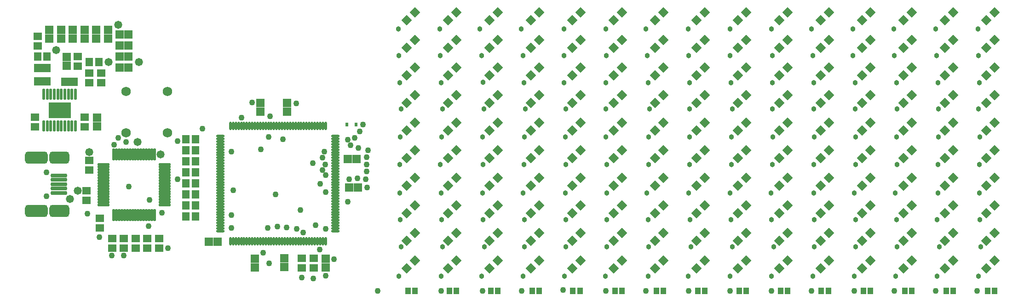
<source format=gbr>
%TF.GenerationSoftware,Altium Limited,Altium Designer,20.1.14 (287)*%
G04 Layer_Color=8388736*
%FSLAX26Y26*%
%MOIN*%
%TF.SameCoordinates,7E9A0AC4-0E20-4BBF-80A7-7FB1365180D4*%
%TF.FilePolarity,Negative*%
%TF.FileFunction,Soldermask,Top*%
%TF.Part,Single*%
G01*
G75*
%TA.AperFunction,SMDPad,CuDef*%
%ADD24R,0.023622X0.031496*%
%ADD46R,0.053276X0.061150*%
%ADD47R,0.061150X0.053276*%
%ADD48R,0.059181X0.063118*%
%ADD49R,0.063118X0.059181*%
%TA.AperFunction,ComponentPad*%
%ADD50C,0.043433*%
%ADD51C,0.068000*%
%TA.AperFunction,ViaPad*%
%ADD52C,0.043000*%
%ADD53C,0.027685*%
%ADD54C,0.038000*%
%ADD55C,0.058000*%
%TA.AperFunction,SMDPad,CuDef*%
%ADD59O,0.017843X0.063118*%
%ADD60O,0.063118X0.017843*%
%ADD61O,0.019811X0.090677*%
%ADD62O,0.090677X0.019811*%
%ADD63R,0.159969X0.115874*%
%ADD64O,0.021779X0.080835*%
%ADD65R,0.041465X0.045402*%
%TA.AperFunction,ConnectorPad*%
G04:AMPARAMS|DCode=66|XSize=145.795mil|YSize=88.709mil|CornerRadius=24.177mil|HoleSize=0mil|Usage=FLASHONLY|Rotation=180.000|XOffset=0mil|YOffset=0mil|HoleType=Round|Shape=RoundedRectangle|*
%AMROUNDEDRECTD66*
21,1,0.145795,0.040354,0,0,180.0*
21,1,0.097441,0.088709,0,0,180.0*
1,1,0.048354,-0.048721,0.020177*
1,1,0.048354,0.048721,0.020177*
1,1,0.048354,0.048721,-0.020177*
1,1,0.048354,-0.048721,-0.020177*
%
%ADD66ROUNDEDRECTD66*%
G04:AMPARAMS|DCode=67|XSize=165.48mil|YSize=88.709mil|CornerRadius=24.177mil|HoleSize=0mil|Usage=FLASHONLY|Rotation=180.000|XOffset=0mil|YOffset=0mil|HoleType=Round|Shape=RoundedRectangle|*
%AMROUNDEDRECTD67*
21,1,0.165480,0.040354,0,0,180.0*
21,1,0.117126,0.088709,0,0,180.0*
1,1,0.048354,-0.058563,0.020177*
1,1,0.048354,0.058563,0.020177*
1,1,0.048354,0.058563,-0.020177*
1,1,0.048354,-0.058563,-0.020177*
%
%ADD67ROUNDEDRECTD67*%
G04:AMPARAMS|DCode=68|XSize=145.795mil|YSize=88.709mil|CornerRadius=24.177mil|HoleSize=0mil|Usage=FLASHONLY|Rotation=180.000|XOffset=0mil|YOffset=0mil|HoleType=Round|Shape=RoundedRectangle|*
%AMROUNDEDRECTD68*
21,1,0.145795,0.040355,0,0,180.0*
21,1,0.097441,0.088709,0,0,180.0*
1,1,0.048354,-0.048721,0.020177*
1,1,0.048354,0.048721,0.020177*
1,1,0.048354,0.048721,-0.020177*
1,1,0.048354,-0.048721,-0.020177*
%
%ADD68ROUNDEDRECTD68*%
G04:AMPARAMS|DCode=69|XSize=118.236mil|YSize=27.685mil|CornerRadius=8.921mil|HoleSize=0mil|Usage=FLASHONLY|Rotation=180.000|XOffset=0mil|YOffset=0mil|HoleType=Round|Shape=RoundedRectangle|*
%AMROUNDEDRECTD69*
21,1,0.118236,0.009843,0,0,180.0*
21,1,0.100394,0.027685,0,0,180.0*
1,1,0.017842,-0.050197,0.004921*
1,1,0.017842,0.050197,0.004921*
1,1,0.017842,0.050197,-0.004921*
1,1,0.017842,-0.050197,-0.004921*
%
%ADD69ROUNDEDRECTD69*%
%TA.AperFunction,SMDPad,CuDef*%
%ADD70P,0.078127X4X180.0*%
D24*
X4123465Y3525000D02*
D03*
X4056535D02*
D03*
D46*
X2960286Y3420000D02*
D03*
X2891388D02*
D03*
X2960286Y3340000D02*
D03*
X2891388D02*
D03*
X2960286Y3260000D02*
D03*
X2891388D02*
D03*
X2960286Y3180000D02*
D03*
X2891388D02*
D03*
X2960286Y3100000D02*
D03*
X2891388D02*
D03*
X2960286Y3020000D02*
D03*
X2891388D02*
D03*
X2960286Y2940000D02*
D03*
X2891388D02*
D03*
X2960286Y2860000D02*
D03*
X2891388D02*
D03*
X1884735Y4020000D02*
D03*
X1815837D02*
D03*
X2191388Y3980000D02*
D03*
X2260286D02*
D03*
D47*
X3815837Y2555000D02*
D03*
Y2486102D02*
D03*
X3730837Y2554449D02*
D03*
Y2485551D02*
D03*
X2190837Y3264449D02*
D03*
Y3195551D02*
D03*
X2170837Y3044449D02*
D03*
Y2975551D02*
D03*
X2695837Y2630315D02*
D03*
Y2699213D02*
D03*
X2610837Y2630315D02*
D03*
Y2699213D02*
D03*
X2525837Y2630315D02*
D03*
Y2699213D02*
D03*
X2440837Y2630866D02*
D03*
Y2699764D02*
D03*
X2355837Y2630866D02*
D03*
Y2699764D02*
D03*
X2265837Y2776102D02*
D03*
Y2845000D02*
D03*
X1815837Y4095551D02*
D03*
Y4164449D02*
D03*
X2155837Y3579449D02*
D03*
Y3510551D02*
D03*
X1795837Y3579449D02*
D03*
Y3510551D02*
D03*
X2275837Y3830551D02*
D03*
Y3899449D02*
D03*
X2105837Y4018898D02*
D03*
Y3950000D02*
D03*
X2190837Y3830551D02*
D03*
Y3899449D02*
D03*
D48*
X3121496Y2675000D02*
D03*
X3058504D02*
D03*
X4126496Y3275000D02*
D03*
X4063504D02*
D03*
X4136496Y3070000D02*
D03*
X4073504D02*
D03*
X1819341Y3840000D02*
D03*
X1882333D02*
D03*
X1882333Y3935000D02*
D03*
X1819341D02*
D03*
X2015837Y3835000D02*
D03*
X2078829D02*
D03*
X2410837Y4180000D02*
D03*
X2473829D02*
D03*
Y3940000D02*
D03*
X2410837D02*
D03*
X2473829Y4100000D02*
D03*
X2410837D02*
D03*
X2473829Y4020000D02*
D03*
X2410837D02*
D03*
D49*
X3625000Y3618504D02*
D03*
Y3681496D02*
D03*
X3430000Y3681496D02*
D03*
Y3618504D02*
D03*
X3390000Y2488504D02*
D03*
Y2551496D02*
D03*
X3605000Y2493504D02*
D03*
Y2556496D02*
D03*
X3905000Y2488504D02*
D03*
Y2551496D02*
D03*
X2245837Y3576496D02*
D03*
Y3513504D02*
D03*
X2025837Y4016496D02*
D03*
Y3953504D02*
D03*
X2325837Y4212992D02*
D03*
Y4150000D02*
D03*
X2240837Y4148504D02*
D03*
Y4211496D02*
D03*
X2155837Y4150000D02*
D03*
Y4212992D02*
D03*
X2070837Y4148504D02*
D03*
Y4211496D02*
D03*
X1985837Y4148504D02*
D03*
Y4211496D02*
D03*
X1900837Y4148504D02*
D03*
Y4211496D02*
D03*
D50*
X1880837Y3180000D02*
D03*
Y3006772D02*
D03*
D51*
X2755837Y3765000D02*
D03*
Y3465000D02*
D03*
X2455837Y3765000D02*
D03*
Y3465000D02*
D03*
D52*
X2830000Y3405000D02*
D03*
X4085000Y3375000D02*
D03*
X3880000Y3285000D02*
D03*
Y3195000D02*
D03*
X3595000Y3420000D02*
D03*
X3720000Y2905000D02*
D03*
X3895000Y3330000D02*
D03*
X3905000Y2770000D02*
D03*
X3865000Y3095000D02*
D03*
X3295000Y3575000D02*
D03*
X4150000Y3475000D02*
D03*
X3900000Y3235000D02*
D03*
X4200000Y3185000D02*
D03*
X3500000Y3585000D02*
D03*
X4135000Y3135000D02*
D03*
X3905000Y3035000D02*
D03*
X3220000Y2870000D02*
D03*
X4140020Y3355020D02*
D03*
X4075000Y3130000D02*
D03*
X3695000Y2770000D02*
D03*
X3435000Y3345000D02*
D03*
X3860000Y2620000D02*
D03*
X3742347Y2742347D02*
D03*
X3485000Y2775000D02*
D03*
X3830000Y2794500D02*
D03*
X4200000Y3235000D02*
D03*
X4065000Y3415000D02*
D03*
X3220000Y2775000D02*
D03*
Y3330000D02*
D03*
X3810000Y3245000D02*
D03*
X4195000Y3130000D02*
D03*
X3620000Y2780000D02*
D03*
X3235000Y3050000D02*
D03*
X3490000Y3435000D02*
D03*
X3905000Y3160000D02*
D03*
X4115000Y3430000D02*
D03*
X4065000Y2965000D02*
D03*
X4210000Y3340000D02*
D03*
X3555000Y2785000D02*
D03*
X6835000Y2320000D02*
D03*
X7135000D02*
D03*
X4200000Y3290000D02*
D03*
X6225000Y2320000D02*
D03*
X5935000D02*
D03*
X5040000D02*
D03*
X5325000D02*
D03*
X4280000D02*
D03*
X4204500Y3070000D02*
D03*
X8625000Y2320000D02*
D03*
X8325000D02*
D03*
X8025000D02*
D03*
X7735000D02*
D03*
X7425000D02*
D03*
X6535000D02*
D03*
X5625000Y2325000D02*
D03*
X4740000Y2320000D02*
D03*
X2830409Y3128536D02*
D03*
X2625837Y2980000D02*
D03*
X2370885Y3379036D02*
D03*
X2620837Y2790000D02*
D03*
X2400837Y3430000D02*
D03*
X2455837Y3400000D02*
D03*
X2715837Y2885000D02*
D03*
X3450000Y2596500D02*
D03*
X3690000Y3680000D02*
D03*
X3370000Y3685000D02*
D03*
X2440000Y2575000D02*
D03*
X2265000Y2710000D02*
D03*
X2760000Y2630000D02*
D03*
X3815000Y2410000D02*
D03*
X3730000Y2415000D02*
D03*
X2355000Y2575000D02*
D03*
X3905000Y2430000D02*
D03*
X3965000Y2550000D02*
D03*
X3540000Y3020000D02*
D03*
X3495000Y2520000D02*
D03*
X3010000Y3495000D02*
D03*
X4175000Y3525000D02*
D03*
X2175837Y2880000D02*
D03*
X2475837Y3075315D02*
D03*
D53*
X1932530Y3608347D02*
D03*
Y3651654D02*
D03*
X1975837Y3608347D02*
D03*
Y3651654D02*
D03*
X2019144Y3608347D02*
D03*
Y3651654D02*
D03*
D54*
X4450769Y2640769D02*
D03*
X6835769Y2427000D02*
D03*
X7135769Y2425769D02*
D03*
X4445769Y2835769D02*
D03*
X4440769Y3030769D02*
D03*
Y3235769D02*
D03*
X6530769Y2427000D02*
D03*
X6240769D02*
D03*
X4435769Y2425769D02*
D03*
X5335769D02*
D03*
X5930769D02*
D03*
X4740769D02*
D03*
X5035769D02*
D03*
X5635769D02*
D03*
X4445769Y3435769D02*
D03*
X4450769Y3640769D02*
D03*
X4440769Y3830144D02*
D03*
X4430769Y4220769D02*
D03*
X4730769D02*
D03*
X5020769D02*
D03*
X5320769D02*
D03*
X5630769D02*
D03*
X5935769D02*
D03*
X6225769D02*
D03*
X6530769D02*
D03*
X6835769D02*
D03*
X7135769D02*
D03*
X7425769D02*
D03*
X7725769D02*
D03*
X8020769D02*
D03*
X8325769D02*
D03*
X8630769D02*
D03*
X4435769Y4025769D02*
D03*
X4735769D02*
D03*
X5035769D02*
D03*
X5335769D02*
D03*
X5630769D02*
D03*
X5937682Y4027682D02*
D03*
X6235769Y4025769D02*
D03*
X6535769D02*
D03*
X6835769D02*
D03*
X7140769D02*
D03*
X7435769D02*
D03*
X7725769D02*
D03*
X8025769D02*
D03*
X8330769D02*
D03*
X8635769D02*
D03*
X4740769Y3830769D02*
D03*
X5042682Y3831432D02*
D03*
X5340769Y3830769D02*
D03*
X5630769D02*
D03*
X5935769D02*
D03*
X6240769D02*
D03*
X6540769D02*
D03*
X6840769D02*
D03*
X7140769D02*
D03*
X7440769D02*
D03*
X7740769D02*
D03*
X8040769D02*
D03*
X8340769D02*
D03*
X8640769D02*
D03*
X4750769Y3640769D02*
D03*
X5050769D02*
D03*
X5350769D02*
D03*
X5645769D02*
D03*
X5935769D02*
D03*
X6250769D02*
D03*
X6540769D02*
D03*
X6850769D02*
D03*
X7140769D02*
D03*
X7440769D02*
D03*
X7740769D02*
D03*
X8045769D02*
D03*
X8345769D02*
D03*
X8635769D02*
D03*
X4745769Y3435769D02*
D03*
X5040769D02*
D03*
X5345769D02*
D03*
X5640769D02*
D03*
X5935769D02*
D03*
X6245769D02*
D03*
X6540769D02*
D03*
X6845769D02*
D03*
X7145769D02*
D03*
X7445769D02*
D03*
X7745769D02*
D03*
X8040769D02*
D03*
X8343269D02*
D03*
X8645769D02*
D03*
X4735769Y3235769D02*
D03*
X5045769D02*
D03*
X5340769D02*
D03*
X5645769D02*
D03*
X5940769D02*
D03*
X6245769D02*
D03*
X6540769D02*
D03*
X6845769D02*
D03*
X7140769D02*
D03*
X7440769D02*
D03*
X7745769D02*
D03*
X8045769D02*
D03*
X8340769D02*
D03*
X8640769D02*
D03*
X4740769Y3030769D02*
D03*
X5040769D02*
D03*
X5335769D02*
D03*
X5640769D02*
D03*
X5940769D02*
D03*
X6230769D02*
D03*
X6535769D02*
D03*
X6835769D02*
D03*
X7130769D02*
D03*
X7440769D02*
D03*
X7735769D02*
D03*
X8030769D02*
D03*
X8340769D02*
D03*
X8640769D02*
D03*
X5345769Y2835769D02*
D03*
X5645769D02*
D03*
X5940769D02*
D03*
X6240769D02*
D03*
X6545769D02*
D03*
X6840769D02*
D03*
X7135769D02*
D03*
X7445769D02*
D03*
X7745769D02*
D03*
X8040769D02*
D03*
X8335769D02*
D03*
X8645769D02*
D03*
X4750769Y2640769D02*
D03*
X5055769D02*
D03*
X5345769D02*
D03*
X5645769D02*
D03*
X5940769D02*
D03*
X6245769D02*
D03*
X6550769D02*
D03*
X6850769D02*
D03*
X7150769D02*
D03*
X7445769D02*
D03*
X7745769D02*
D03*
X8045769D02*
D03*
X8350769D02*
D03*
X8650769D02*
D03*
X7435769Y2425769D02*
D03*
X7735769D02*
D03*
X8035769D02*
D03*
X8335769D02*
D03*
X8635769D02*
D03*
X4745769Y2835769D02*
D03*
X5045769D02*
D03*
D55*
X2540000Y3400000D02*
D03*
X2705837Y3310000D02*
D03*
X1950837Y4065000D02*
D03*
X2330837Y3980000D02*
D03*
X2552333D02*
D03*
X2190837Y3325000D02*
D03*
X2050837Y2985000D02*
D03*
X2105837Y3045000D02*
D03*
X2400837Y4250000D02*
D03*
D59*
X3213780Y3515000D02*
D03*
X3233465D02*
D03*
X3253150D02*
D03*
X3272835D02*
D03*
X3292520D02*
D03*
X3312205D02*
D03*
X3331890D02*
D03*
X3351575D02*
D03*
X3371260D02*
D03*
X3390945D02*
D03*
X3410630D02*
D03*
X3430315D02*
D03*
X3450000D02*
D03*
X3469685D02*
D03*
X3489370D02*
D03*
X3509055D02*
D03*
X3528740D02*
D03*
X3548425D02*
D03*
X3568110D02*
D03*
X3587795D02*
D03*
X3607480D02*
D03*
X3627165D02*
D03*
X3646850D02*
D03*
X3666535D02*
D03*
X3686220D02*
D03*
X3705905D02*
D03*
X3725591D02*
D03*
X3745276D02*
D03*
X3764961D02*
D03*
X3784646D02*
D03*
X3804331D02*
D03*
X3824016D02*
D03*
X3843701D02*
D03*
X3863386D02*
D03*
X3883071D02*
D03*
X3902756D02*
D03*
Y2680354D02*
D03*
X3883071D02*
D03*
X3863386D02*
D03*
X3843701D02*
D03*
X3824016D02*
D03*
X3804331D02*
D03*
X3784646D02*
D03*
X3764961D02*
D03*
X3745276D02*
D03*
X3725591D02*
D03*
X3705905D02*
D03*
X3686220D02*
D03*
X3666535D02*
D03*
X3646850D02*
D03*
X3627165D02*
D03*
X3607480D02*
D03*
X3587795D02*
D03*
X3568110D02*
D03*
X3548425D02*
D03*
X3528740D02*
D03*
X3509055D02*
D03*
X3489370D02*
D03*
X3469685D02*
D03*
X3450000D02*
D03*
X3430315D02*
D03*
X3410630D02*
D03*
X3390945D02*
D03*
X3371260D02*
D03*
X3351575D02*
D03*
X3331890D02*
D03*
X3312205D02*
D03*
X3292520D02*
D03*
X3272835D02*
D03*
X3253150D02*
D03*
X3233465D02*
D03*
X3213780D02*
D03*
D60*
X3975591Y3442165D02*
D03*
Y3422480D02*
D03*
Y3402795D02*
D03*
Y3383110D02*
D03*
Y3363425D02*
D03*
Y3343740D02*
D03*
Y3324055D02*
D03*
Y3304370D02*
D03*
Y3284685D02*
D03*
Y3265000D02*
D03*
Y3245315D02*
D03*
Y3225630D02*
D03*
Y3205945D02*
D03*
Y3186260D02*
D03*
Y3166575D02*
D03*
Y3146890D02*
D03*
Y3127205D02*
D03*
Y3107520D02*
D03*
Y3087835D02*
D03*
Y3068150D02*
D03*
Y3048465D02*
D03*
Y3028780D02*
D03*
Y3009095D02*
D03*
Y2989409D02*
D03*
Y2969724D02*
D03*
Y2950039D02*
D03*
Y2930354D02*
D03*
Y2910669D02*
D03*
Y2890984D02*
D03*
Y2871299D02*
D03*
Y2851614D02*
D03*
Y2831929D02*
D03*
Y2812244D02*
D03*
Y2792559D02*
D03*
Y2772874D02*
D03*
Y2753189D02*
D03*
X3140945D02*
D03*
Y2772874D02*
D03*
Y2792559D02*
D03*
Y2812244D02*
D03*
Y2831929D02*
D03*
Y2851614D02*
D03*
Y2871299D02*
D03*
Y2890984D02*
D03*
Y2910669D02*
D03*
Y2930354D02*
D03*
Y2950039D02*
D03*
Y2969724D02*
D03*
Y2989409D02*
D03*
Y3009095D02*
D03*
Y3028780D02*
D03*
Y3048465D02*
D03*
Y3068150D02*
D03*
Y3087835D02*
D03*
Y3107520D02*
D03*
Y3127205D02*
D03*
Y3146890D02*
D03*
Y3166575D02*
D03*
Y3186260D02*
D03*
Y3205945D02*
D03*
Y3225630D02*
D03*
Y3245315D02*
D03*
Y3265000D02*
D03*
Y3284685D02*
D03*
Y3304370D02*
D03*
Y3324055D02*
D03*
Y3343740D02*
D03*
Y3363425D02*
D03*
Y3383110D02*
D03*
Y3402795D02*
D03*
Y3422480D02*
D03*
Y3442165D02*
D03*
D61*
X2368199Y3310472D02*
D03*
X2387885D02*
D03*
X2407570D02*
D03*
X2427255D02*
D03*
X2446940D02*
D03*
X2466625D02*
D03*
X2486310D02*
D03*
X2505995D02*
D03*
X2525680D02*
D03*
X2545365D02*
D03*
X2565050D02*
D03*
X2584735D02*
D03*
X2604420D02*
D03*
X2624105D02*
D03*
X2643790D02*
D03*
X2663475D02*
D03*
Y2869528D02*
D03*
X2643790D02*
D03*
X2624105D02*
D03*
X2604420D02*
D03*
X2584735D02*
D03*
X2565050D02*
D03*
X2545365D02*
D03*
X2525680D02*
D03*
X2505995D02*
D03*
X2486310D02*
D03*
X2466625D02*
D03*
X2446940D02*
D03*
X2427255D02*
D03*
X2407570D02*
D03*
X2387885D02*
D03*
X2368199D02*
D03*
D62*
X2736310Y3237638D02*
D03*
Y3217953D02*
D03*
Y3198268D02*
D03*
Y3178583D02*
D03*
Y3158898D02*
D03*
Y3139213D02*
D03*
Y3119528D02*
D03*
Y3099843D02*
D03*
Y3080157D02*
D03*
Y3060472D02*
D03*
Y3040787D02*
D03*
Y3021102D02*
D03*
Y3001417D02*
D03*
Y2981732D02*
D03*
Y2962047D02*
D03*
Y2942362D02*
D03*
X2295365D02*
D03*
Y2962047D02*
D03*
Y2981732D02*
D03*
Y3001417D02*
D03*
Y3021102D02*
D03*
Y3040787D02*
D03*
Y3060472D02*
D03*
Y3080157D02*
D03*
Y3099843D02*
D03*
Y3119528D02*
D03*
Y3139213D02*
D03*
Y3158898D02*
D03*
Y3178583D02*
D03*
Y3198268D02*
D03*
Y3217953D02*
D03*
Y3237638D02*
D03*
D63*
X1975837Y3630000D02*
D03*
D64*
X1860680Y3514843D02*
D03*
X1886270D02*
D03*
X1911861D02*
D03*
X1937451D02*
D03*
X1963042D02*
D03*
X1988632D02*
D03*
X2014223D02*
D03*
X2039814D02*
D03*
X2065404D02*
D03*
X2090995D02*
D03*
X1860680Y3745157D02*
D03*
X1886270D02*
D03*
X1911861D02*
D03*
X1937451D02*
D03*
X1963042D02*
D03*
X1988632D02*
D03*
X2014223D02*
D03*
X2039814D02*
D03*
X2065404D02*
D03*
X2090995D02*
D03*
D65*
X8751360Y2320769D02*
D03*
X8700179D02*
D03*
X8451360D02*
D03*
X8400179D02*
D03*
X8151360D02*
D03*
X8100179D02*
D03*
X7851360D02*
D03*
X7800179D02*
D03*
X7546360D02*
D03*
X7495179D02*
D03*
X7251360D02*
D03*
X7200179D02*
D03*
X6951360D02*
D03*
X6900179D02*
D03*
X6651360D02*
D03*
X6600179D02*
D03*
X6351360D02*
D03*
X6300179D02*
D03*
X6051360D02*
D03*
X6000179D02*
D03*
X5746360D02*
D03*
X5695179D02*
D03*
X5451360D02*
D03*
X5400179D02*
D03*
X5151360D02*
D03*
X5100179D02*
D03*
X4851360D02*
D03*
X4800179D02*
D03*
X4551360D02*
D03*
X4500179D02*
D03*
D66*
X1973357Y3287284D02*
D03*
D67*
X1806033D02*
D03*
Y2899488D02*
D03*
D68*
X1973357D02*
D03*
D69*
X1972371Y3124882D02*
D03*
Y3156378D02*
D03*
Y3061890D02*
D03*
Y3030394D02*
D03*
Y3093386D02*
D03*
D70*
X8750000Y4340000D02*
D03*
X8691538Y4281538D02*
D03*
X8450000Y4340000D02*
D03*
X8391538Y4281538D02*
D03*
X8150000Y4340000D02*
D03*
X8091538Y4281538D02*
D03*
X7850000Y4340000D02*
D03*
X7791538Y4281538D02*
D03*
X7550000Y4340000D02*
D03*
X7491538Y4281538D02*
D03*
X7250000Y4340000D02*
D03*
X7191538Y4281538D02*
D03*
X6950000Y4340000D02*
D03*
X6891538Y4281538D02*
D03*
X6650000Y4340000D02*
D03*
X6591538Y4281538D02*
D03*
X6350000Y4340000D02*
D03*
X6291538Y4281538D02*
D03*
X6050000Y4340000D02*
D03*
X5991538Y4281538D02*
D03*
X5750000Y4340000D02*
D03*
X5691538Y4281538D02*
D03*
X5450000Y4340000D02*
D03*
X5391538Y4281538D02*
D03*
X5150000Y4340000D02*
D03*
X5091538Y4281538D02*
D03*
X4850000Y4340000D02*
D03*
X4791538Y4281538D02*
D03*
X4550000Y4340000D02*
D03*
X4491538Y4281538D02*
D03*
X8750000Y4140000D02*
D03*
X8691538Y4081538D02*
D03*
X8450000Y4140000D02*
D03*
X8391538Y4081538D02*
D03*
X8150000Y4140000D02*
D03*
X8091538Y4081538D02*
D03*
X7850000Y4140000D02*
D03*
X7791538Y4081538D02*
D03*
X7550000Y4140000D02*
D03*
X7491538Y4081538D02*
D03*
X7250000Y4140000D02*
D03*
X7191538Y4081538D02*
D03*
X6950000Y4140000D02*
D03*
X6891538Y4081538D02*
D03*
X6650000Y4140000D02*
D03*
X6591538Y4081538D02*
D03*
X6350000Y4140000D02*
D03*
X6291538Y4081538D02*
D03*
X6050000Y4140000D02*
D03*
X5991538Y4081538D02*
D03*
X5750000Y4140000D02*
D03*
X5691538Y4081538D02*
D03*
X5450000Y4140000D02*
D03*
X5391538Y4081538D02*
D03*
X5150000Y4140000D02*
D03*
X5091538Y4081538D02*
D03*
X4850000Y4140000D02*
D03*
X4791538Y4081538D02*
D03*
X4550000Y4140000D02*
D03*
X4491538Y4081538D02*
D03*
X8750000Y3940000D02*
D03*
X8691538Y3881538D02*
D03*
X8450000Y3940000D02*
D03*
X8391538Y3881538D02*
D03*
X8150000Y3940000D02*
D03*
X8091538Y3881538D02*
D03*
X7850000Y3940000D02*
D03*
X7791538Y3881538D02*
D03*
X7550000Y3940000D02*
D03*
X7491538Y3881538D02*
D03*
X7250000Y3940000D02*
D03*
X7191538Y3881538D02*
D03*
X6950000Y3940000D02*
D03*
X6891538Y3881538D02*
D03*
X6650000Y3940000D02*
D03*
X6591538Y3881538D02*
D03*
X6350000Y3940000D02*
D03*
X6291538Y3881538D02*
D03*
X6050000Y3940000D02*
D03*
X5991538Y3881538D02*
D03*
X5750000Y3940000D02*
D03*
X5691538Y3881538D02*
D03*
X5450000Y3940000D02*
D03*
X5391538Y3881538D02*
D03*
X5150000Y3940000D02*
D03*
X5091538Y3881538D02*
D03*
X4850000Y3940000D02*
D03*
X4791538Y3881538D02*
D03*
X4550000Y3940000D02*
D03*
X4491538Y3881538D02*
D03*
X8750000Y3740000D02*
D03*
X8691538Y3681538D02*
D03*
X8450000Y3740000D02*
D03*
X8391538Y3681538D02*
D03*
X8150000Y3740000D02*
D03*
X8091538Y3681538D02*
D03*
X7850000Y3740000D02*
D03*
X7791538Y3681538D02*
D03*
X7550000Y3740000D02*
D03*
X7491538Y3681538D02*
D03*
X7250000Y3740000D02*
D03*
X7191538Y3681538D02*
D03*
X6950000Y3740000D02*
D03*
X6891538Y3681538D02*
D03*
X6650000Y3740000D02*
D03*
X6591538Y3681538D02*
D03*
X6350000Y3740000D02*
D03*
X6291538Y3681538D02*
D03*
X6050000Y3740000D02*
D03*
X5991538Y3681538D02*
D03*
X5750000Y3740000D02*
D03*
X5691538Y3681538D02*
D03*
X5450000Y3740000D02*
D03*
X5391538Y3681538D02*
D03*
X5150000Y3740000D02*
D03*
X5091538Y3681538D02*
D03*
X4850000Y3740000D02*
D03*
X4791538Y3681538D02*
D03*
X4550000Y3740000D02*
D03*
X4491538Y3681538D02*
D03*
X8750000Y3540000D02*
D03*
X8691538Y3481538D02*
D03*
X8450000Y3540000D02*
D03*
X8391538Y3481538D02*
D03*
X8150000Y3540000D02*
D03*
X8091538Y3481538D02*
D03*
X7850000Y3540000D02*
D03*
X7791538Y3481538D02*
D03*
X7550000Y3540000D02*
D03*
X7491538Y3481538D02*
D03*
X7250000Y3540000D02*
D03*
X7191538Y3481538D02*
D03*
X6950000Y3540000D02*
D03*
X6891538Y3481538D02*
D03*
X6650000Y3540000D02*
D03*
X6591538Y3481538D02*
D03*
X6350000Y3540000D02*
D03*
X6291538Y3481538D02*
D03*
X6050000Y3540000D02*
D03*
X5991538Y3481538D02*
D03*
X5750000Y3540000D02*
D03*
X5691538Y3481538D02*
D03*
X5450000Y3540000D02*
D03*
X5391538Y3481538D02*
D03*
X5150000Y3540000D02*
D03*
X5091538Y3481538D02*
D03*
X4850000Y3540000D02*
D03*
X4791538Y3481538D02*
D03*
X4550000Y3540000D02*
D03*
X4491538Y3481538D02*
D03*
X8750000Y3340000D02*
D03*
X8691538Y3281538D02*
D03*
X8450000Y3340000D02*
D03*
X8391538Y3281538D02*
D03*
X8150000Y3340000D02*
D03*
X8091538Y3281538D02*
D03*
X7850000Y3340000D02*
D03*
X7791538Y3281538D02*
D03*
X7550000Y3340000D02*
D03*
X7491538Y3281538D02*
D03*
X7250000Y3340000D02*
D03*
X7191538Y3281538D02*
D03*
X6950000Y3340000D02*
D03*
X6891538Y3281538D02*
D03*
X6650000Y3340000D02*
D03*
X6591538Y3281538D02*
D03*
X6350000Y3340000D02*
D03*
X6291538Y3281538D02*
D03*
X6050000Y3340000D02*
D03*
X5991538Y3281538D02*
D03*
X5750000Y3340000D02*
D03*
X5691538Y3281538D02*
D03*
X5450000Y3340000D02*
D03*
X5391538Y3281538D02*
D03*
X5150000Y3340000D02*
D03*
X5091538Y3281538D02*
D03*
X4850000Y3340000D02*
D03*
X4791538Y3281538D02*
D03*
X4550000Y3340000D02*
D03*
X4491538Y3281538D02*
D03*
X8750000Y3140000D02*
D03*
X8691538Y3081538D02*
D03*
X8450000Y3140000D02*
D03*
X8391538Y3081538D02*
D03*
X8150000Y3140000D02*
D03*
X8091538Y3081538D02*
D03*
X7850000Y3140000D02*
D03*
X7791538Y3081538D02*
D03*
X7550000Y3140000D02*
D03*
X7491538Y3081538D02*
D03*
X7250000Y3140000D02*
D03*
X7191538Y3081538D02*
D03*
X6950000Y3140000D02*
D03*
X6891538Y3081538D02*
D03*
X6650000Y3140000D02*
D03*
X6591538Y3081538D02*
D03*
X6350000Y3140000D02*
D03*
X6291538Y3081538D02*
D03*
X6050000Y3140000D02*
D03*
X5991538Y3081538D02*
D03*
X5750000Y3140000D02*
D03*
X5691538Y3081538D02*
D03*
X5450000Y3140000D02*
D03*
X5391538Y3081538D02*
D03*
X5150000Y3140000D02*
D03*
X5091538Y3081538D02*
D03*
X4850000Y3140000D02*
D03*
X4791538Y3081538D02*
D03*
X4550000Y3140000D02*
D03*
X4491538Y3081538D02*
D03*
X8750000Y2940000D02*
D03*
X8691538Y2881538D02*
D03*
X8450000Y2940000D02*
D03*
X8391538Y2881538D02*
D03*
X8150000Y2940000D02*
D03*
X8091538Y2881538D02*
D03*
X7850000Y2940000D02*
D03*
X7791538Y2881538D02*
D03*
X7550000Y2940000D02*
D03*
X7491538Y2881538D02*
D03*
X7250000Y2940000D02*
D03*
X7191538Y2881538D02*
D03*
X6950000Y2940000D02*
D03*
X6891538Y2881538D02*
D03*
X6650000Y2940000D02*
D03*
X6591538Y2881538D02*
D03*
X6350000Y2940000D02*
D03*
X6291538Y2881538D02*
D03*
X6050000Y2940000D02*
D03*
X5991538Y2881538D02*
D03*
X5750000Y2940000D02*
D03*
X5691538Y2881538D02*
D03*
X5450000Y2940000D02*
D03*
X5391538Y2881538D02*
D03*
X5150000Y2940000D02*
D03*
X5091538Y2881538D02*
D03*
X4850000Y2940000D02*
D03*
X4791538Y2881538D02*
D03*
X4550000Y2940000D02*
D03*
X4491538Y2881538D02*
D03*
X8750000Y2740000D02*
D03*
X8691538Y2681538D02*
D03*
X8450000Y2740000D02*
D03*
X8391538Y2681538D02*
D03*
X8150000Y2740000D02*
D03*
X8091538Y2681538D02*
D03*
X7850000Y2740000D02*
D03*
X7791538Y2681538D02*
D03*
X7550000Y2740000D02*
D03*
X7491538Y2681538D02*
D03*
X7250000Y2740000D02*
D03*
X7191538Y2681538D02*
D03*
X6950000Y2740000D02*
D03*
X6891538Y2681538D02*
D03*
X6650000Y2740000D02*
D03*
X6591538Y2681538D02*
D03*
X6350000Y2740000D02*
D03*
X6291538Y2681538D02*
D03*
X6050000Y2740000D02*
D03*
X5991538Y2681538D02*
D03*
X5750000Y2740000D02*
D03*
X5691538Y2681538D02*
D03*
X5450000Y2740000D02*
D03*
X5391538Y2681538D02*
D03*
X5150000Y2740000D02*
D03*
X5091538Y2681538D02*
D03*
X4850000Y2740000D02*
D03*
X4791538Y2681538D02*
D03*
X4550000Y2740000D02*
D03*
X4491538Y2681538D02*
D03*
X8750000Y2540000D02*
D03*
X8691538Y2481538D02*
D03*
X8450000Y2540000D02*
D03*
X8391538Y2481538D02*
D03*
X8150000Y2540000D02*
D03*
X8091538Y2481538D02*
D03*
X7850000Y2540000D02*
D03*
X7791538Y2481538D02*
D03*
X7550000Y2540000D02*
D03*
X7491538Y2481538D02*
D03*
X7250000Y2540000D02*
D03*
X7191538Y2481538D02*
D03*
X6950000Y2540000D02*
D03*
X6891538Y2481538D02*
D03*
X6650000Y2540000D02*
D03*
X6591538Y2481538D02*
D03*
X6350000Y2540000D02*
D03*
X6291538Y2481538D02*
D03*
X6050000Y2540000D02*
D03*
X5991538Y2481538D02*
D03*
X5750000Y2540000D02*
D03*
X5691538Y2481538D02*
D03*
X5450000Y2540000D02*
D03*
X5391538Y2481538D02*
D03*
X5150000Y2540000D02*
D03*
X5091538Y2481538D02*
D03*
X4850000Y2540000D02*
D03*
X4791538Y2481538D02*
D03*
X4550000Y2540000D02*
D03*
X4491538Y2481538D02*
D03*
%TF.MD5,b0b05347b9802634706423e6e2aedb29*%
M02*

</source>
